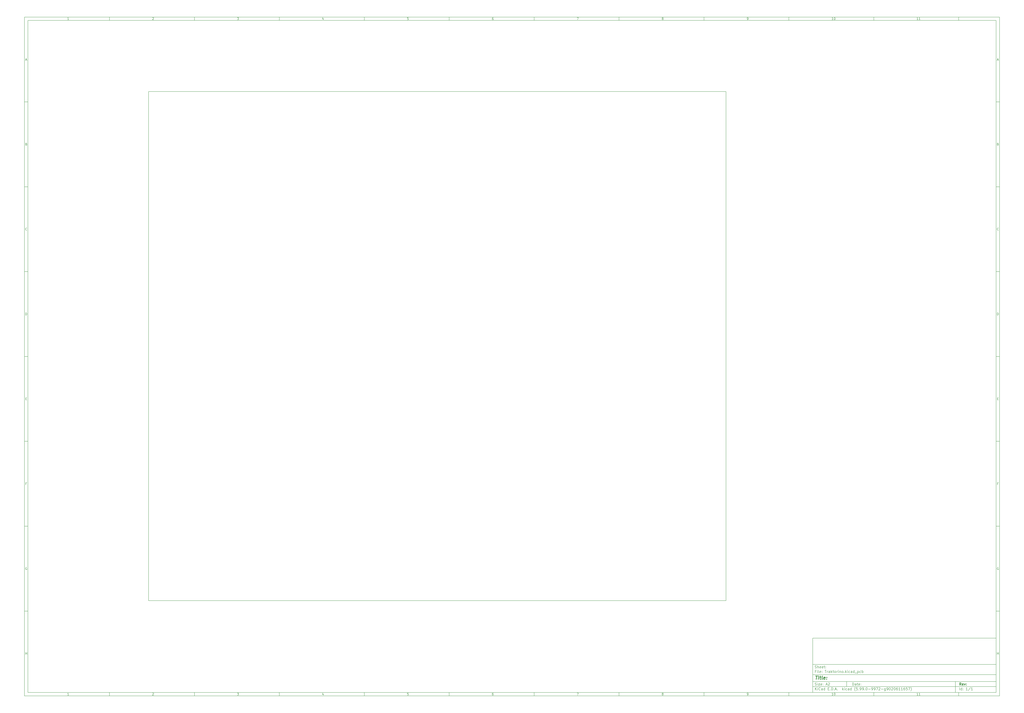
<source format=gbr>
%TF.GenerationSoftware,KiCad,Pcbnew,(5.99.0-9972-g9020611657)*%
%TF.CreationDate,2021-04-03T00:56:29+02:00*%
%TF.ProjectId,Traktorino,5472616b-746f-4726-996e-6f2e6b696361,rev?*%
%TF.SameCoordinates,Original*%
%TF.FileFunction,Profile,NP*%
%FSLAX46Y46*%
G04 Gerber Fmt 4.6, Leading zero omitted, Abs format (unit mm)*
G04 Created by KiCad (PCBNEW (5.99.0-9972-g9020611657)) date 2021-04-03 00:56:29*
%MOMM*%
%LPD*%
G01*
G04 APERTURE LIST*
%ADD10C,0.100000*%
%ADD11C,0.150000*%
%ADD12C,0.300000*%
%ADD13C,0.400000*%
%TA.AperFunction,Profile*%
%ADD14C,0.150000*%
%TD*%
G04 APERTURE END LIST*
D10*
D11*
X474004400Y-375989000D02*
X474004400Y-407989000D01*
X582004400Y-407989000D01*
X582004400Y-375989000D01*
X474004400Y-375989000D01*
D10*
D11*
X10000000Y-10000000D02*
X10000000Y-409989000D01*
X584004400Y-409989000D01*
X584004400Y-10000000D01*
X10000000Y-10000000D01*
D10*
D11*
X12000000Y-12000000D02*
X12000000Y-407989000D01*
X582004400Y-407989000D01*
X582004400Y-12000000D01*
X12000000Y-12000000D01*
D10*
D11*
X60000000Y-12000000D02*
X60000000Y-10000000D01*
D10*
D11*
X110000000Y-12000000D02*
X110000000Y-10000000D01*
D10*
D11*
X160000000Y-12000000D02*
X160000000Y-10000000D01*
D10*
D11*
X210000000Y-12000000D02*
X210000000Y-10000000D01*
D10*
D11*
X260000000Y-12000000D02*
X260000000Y-10000000D01*
D10*
D11*
X310000000Y-12000000D02*
X310000000Y-10000000D01*
D10*
D11*
X360000000Y-12000000D02*
X360000000Y-10000000D01*
D10*
D11*
X410000000Y-12000000D02*
X410000000Y-10000000D01*
D10*
D11*
X460000000Y-12000000D02*
X460000000Y-10000000D01*
D10*
D11*
X510000000Y-12000000D02*
X510000000Y-10000000D01*
D10*
D11*
X560000000Y-12000000D02*
X560000000Y-10000000D01*
D10*
D11*
X36065476Y-11588095D02*
X35322619Y-11588095D01*
X35694047Y-11588095D02*
X35694047Y-10288095D01*
X35570238Y-10473809D01*
X35446428Y-10597619D01*
X35322619Y-10659523D01*
D10*
D11*
X85322619Y-10411904D02*
X85384523Y-10350000D01*
X85508333Y-10288095D01*
X85817857Y-10288095D01*
X85941666Y-10350000D01*
X86003571Y-10411904D01*
X86065476Y-10535714D01*
X86065476Y-10659523D01*
X86003571Y-10845238D01*
X85260714Y-11588095D01*
X86065476Y-11588095D01*
D10*
D11*
X135260714Y-10288095D02*
X136065476Y-10288095D01*
X135632142Y-10783333D01*
X135817857Y-10783333D01*
X135941666Y-10845238D01*
X136003571Y-10907142D01*
X136065476Y-11030952D01*
X136065476Y-11340476D01*
X136003571Y-11464285D01*
X135941666Y-11526190D01*
X135817857Y-11588095D01*
X135446428Y-11588095D01*
X135322619Y-11526190D01*
X135260714Y-11464285D01*
D10*
D11*
X185941666Y-10721428D02*
X185941666Y-11588095D01*
X185632142Y-10226190D02*
X185322619Y-11154761D01*
X186127380Y-11154761D01*
D10*
D11*
X236003571Y-10288095D02*
X235384523Y-10288095D01*
X235322619Y-10907142D01*
X235384523Y-10845238D01*
X235508333Y-10783333D01*
X235817857Y-10783333D01*
X235941666Y-10845238D01*
X236003571Y-10907142D01*
X236065476Y-11030952D01*
X236065476Y-11340476D01*
X236003571Y-11464285D01*
X235941666Y-11526190D01*
X235817857Y-11588095D01*
X235508333Y-11588095D01*
X235384523Y-11526190D01*
X235322619Y-11464285D01*
D10*
D11*
X285941666Y-10288095D02*
X285694047Y-10288095D01*
X285570238Y-10350000D01*
X285508333Y-10411904D01*
X285384523Y-10597619D01*
X285322619Y-10845238D01*
X285322619Y-11340476D01*
X285384523Y-11464285D01*
X285446428Y-11526190D01*
X285570238Y-11588095D01*
X285817857Y-11588095D01*
X285941666Y-11526190D01*
X286003571Y-11464285D01*
X286065476Y-11340476D01*
X286065476Y-11030952D01*
X286003571Y-10907142D01*
X285941666Y-10845238D01*
X285817857Y-10783333D01*
X285570238Y-10783333D01*
X285446428Y-10845238D01*
X285384523Y-10907142D01*
X285322619Y-11030952D01*
D10*
D11*
X335260714Y-10288095D02*
X336127380Y-10288095D01*
X335570238Y-11588095D01*
D10*
D11*
X385570238Y-10845238D02*
X385446428Y-10783333D01*
X385384523Y-10721428D01*
X385322619Y-10597619D01*
X385322619Y-10535714D01*
X385384523Y-10411904D01*
X385446428Y-10350000D01*
X385570238Y-10288095D01*
X385817857Y-10288095D01*
X385941666Y-10350000D01*
X386003571Y-10411904D01*
X386065476Y-10535714D01*
X386065476Y-10597619D01*
X386003571Y-10721428D01*
X385941666Y-10783333D01*
X385817857Y-10845238D01*
X385570238Y-10845238D01*
X385446428Y-10907142D01*
X385384523Y-10969047D01*
X385322619Y-11092857D01*
X385322619Y-11340476D01*
X385384523Y-11464285D01*
X385446428Y-11526190D01*
X385570238Y-11588095D01*
X385817857Y-11588095D01*
X385941666Y-11526190D01*
X386003571Y-11464285D01*
X386065476Y-11340476D01*
X386065476Y-11092857D01*
X386003571Y-10969047D01*
X385941666Y-10907142D01*
X385817857Y-10845238D01*
D10*
D11*
X435446428Y-11588095D02*
X435694047Y-11588095D01*
X435817857Y-11526190D01*
X435879761Y-11464285D01*
X436003571Y-11278571D01*
X436065476Y-11030952D01*
X436065476Y-10535714D01*
X436003571Y-10411904D01*
X435941666Y-10350000D01*
X435817857Y-10288095D01*
X435570238Y-10288095D01*
X435446428Y-10350000D01*
X435384523Y-10411904D01*
X435322619Y-10535714D01*
X435322619Y-10845238D01*
X435384523Y-10969047D01*
X435446428Y-11030952D01*
X435570238Y-11092857D01*
X435817857Y-11092857D01*
X435941666Y-11030952D01*
X436003571Y-10969047D01*
X436065476Y-10845238D01*
D10*
D11*
X486065476Y-11588095D02*
X485322619Y-11588095D01*
X485694047Y-11588095D02*
X485694047Y-10288095D01*
X485570238Y-10473809D01*
X485446428Y-10597619D01*
X485322619Y-10659523D01*
X486870238Y-10288095D02*
X486994047Y-10288095D01*
X487117857Y-10350000D01*
X487179761Y-10411904D01*
X487241666Y-10535714D01*
X487303571Y-10783333D01*
X487303571Y-11092857D01*
X487241666Y-11340476D01*
X487179761Y-11464285D01*
X487117857Y-11526190D01*
X486994047Y-11588095D01*
X486870238Y-11588095D01*
X486746428Y-11526190D01*
X486684523Y-11464285D01*
X486622619Y-11340476D01*
X486560714Y-11092857D01*
X486560714Y-10783333D01*
X486622619Y-10535714D01*
X486684523Y-10411904D01*
X486746428Y-10350000D01*
X486870238Y-10288095D01*
D10*
D11*
X536065476Y-11588095D02*
X535322619Y-11588095D01*
X535694047Y-11588095D02*
X535694047Y-10288095D01*
X535570238Y-10473809D01*
X535446428Y-10597619D01*
X535322619Y-10659523D01*
X537303571Y-11588095D02*
X536560714Y-11588095D01*
X536932142Y-11588095D02*
X536932142Y-10288095D01*
X536808333Y-10473809D01*
X536684523Y-10597619D01*
X536560714Y-10659523D01*
D10*
D11*
X60000000Y-407989000D02*
X60000000Y-409989000D01*
D10*
D11*
X110000000Y-407989000D02*
X110000000Y-409989000D01*
D10*
D11*
X160000000Y-407989000D02*
X160000000Y-409989000D01*
D10*
D11*
X210000000Y-407989000D02*
X210000000Y-409989000D01*
D10*
D11*
X260000000Y-407989000D02*
X260000000Y-409989000D01*
D10*
D11*
X310000000Y-407989000D02*
X310000000Y-409989000D01*
D10*
D11*
X360000000Y-407989000D02*
X360000000Y-409989000D01*
D10*
D11*
X410000000Y-407989000D02*
X410000000Y-409989000D01*
D10*
D11*
X460000000Y-407989000D02*
X460000000Y-409989000D01*
D10*
D11*
X510000000Y-407989000D02*
X510000000Y-409989000D01*
D10*
D11*
X560000000Y-407989000D02*
X560000000Y-409989000D01*
D10*
D11*
X36065476Y-409577095D02*
X35322619Y-409577095D01*
X35694047Y-409577095D02*
X35694047Y-408277095D01*
X35570238Y-408462809D01*
X35446428Y-408586619D01*
X35322619Y-408648523D01*
D10*
D11*
X85322619Y-408400904D02*
X85384523Y-408339000D01*
X85508333Y-408277095D01*
X85817857Y-408277095D01*
X85941666Y-408339000D01*
X86003571Y-408400904D01*
X86065476Y-408524714D01*
X86065476Y-408648523D01*
X86003571Y-408834238D01*
X85260714Y-409577095D01*
X86065476Y-409577095D01*
D10*
D11*
X135260714Y-408277095D02*
X136065476Y-408277095D01*
X135632142Y-408772333D01*
X135817857Y-408772333D01*
X135941666Y-408834238D01*
X136003571Y-408896142D01*
X136065476Y-409019952D01*
X136065476Y-409329476D01*
X136003571Y-409453285D01*
X135941666Y-409515190D01*
X135817857Y-409577095D01*
X135446428Y-409577095D01*
X135322619Y-409515190D01*
X135260714Y-409453285D01*
D10*
D11*
X185941666Y-408710428D02*
X185941666Y-409577095D01*
X185632142Y-408215190D02*
X185322619Y-409143761D01*
X186127380Y-409143761D01*
D10*
D11*
X236003571Y-408277095D02*
X235384523Y-408277095D01*
X235322619Y-408896142D01*
X235384523Y-408834238D01*
X235508333Y-408772333D01*
X235817857Y-408772333D01*
X235941666Y-408834238D01*
X236003571Y-408896142D01*
X236065476Y-409019952D01*
X236065476Y-409329476D01*
X236003571Y-409453285D01*
X235941666Y-409515190D01*
X235817857Y-409577095D01*
X235508333Y-409577095D01*
X235384523Y-409515190D01*
X235322619Y-409453285D01*
D10*
D11*
X285941666Y-408277095D02*
X285694047Y-408277095D01*
X285570238Y-408339000D01*
X285508333Y-408400904D01*
X285384523Y-408586619D01*
X285322619Y-408834238D01*
X285322619Y-409329476D01*
X285384523Y-409453285D01*
X285446428Y-409515190D01*
X285570238Y-409577095D01*
X285817857Y-409577095D01*
X285941666Y-409515190D01*
X286003571Y-409453285D01*
X286065476Y-409329476D01*
X286065476Y-409019952D01*
X286003571Y-408896142D01*
X285941666Y-408834238D01*
X285817857Y-408772333D01*
X285570238Y-408772333D01*
X285446428Y-408834238D01*
X285384523Y-408896142D01*
X285322619Y-409019952D01*
D10*
D11*
X335260714Y-408277095D02*
X336127380Y-408277095D01*
X335570238Y-409577095D01*
D10*
D11*
X385570238Y-408834238D02*
X385446428Y-408772333D01*
X385384523Y-408710428D01*
X385322619Y-408586619D01*
X385322619Y-408524714D01*
X385384523Y-408400904D01*
X385446428Y-408339000D01*
X385570238Y-408277095D01*
X385817857Y-408277095D01*
X385941666Y-408339000D01*
X386003571Y-408400904D01*
X386065476Y-408524714D01*
X386065476Y-408586619D01*
X386003571Y-408710428D01*
X385941666Y-408772333D01*
X385817857Y-408834238D01*
X385570238Y-408834238D01*
X385446428Y-408896142D01*
X385384523Y-408958047D01*
X385322619Y-409081857D01*
X385322619Y-409329476D01*
X385384523Y-409453285D01*
X385446428Y-409515190D01*
X385570238Y-409577095D01*
X385817857Y-409577095D01*
X385941666Y-409515190D01*
X386003571Y-409453285D01*
X386065476Y-409329476D01*
X386065476Y-409081857D01*
X386003571Y-408958047D01*
X385941666Y-408896142D01*
X385817857Y-408834238D01*
D10*
D11*
X435446428Y-409577095D02*
X435694047Y-409577095D01*
X435817857Y-409515190D01*
X435879761Y-409453285D01*
X436003571Y-409267571D01*
X436065476Y-409019952D01*
X436065476Y-408524714D01*
X436003571Y-408400904D01*
X435941666Y-408339000D01*
X435817857Y-408277095D01*
X435570238Y-408277095D01*
X435446428Y-408339000D01*
X435384523Y-408400904D01*
X435322619Y-408524714D01*
X435322619Y-408834238D01*
X435384523Y-408958047D01*
X435446428Y-409019952D01*
X435570238Y-409081857D01*
X435817857Y-409081857D01*
X435941666Y-409019952D01*
X436003571Y-408958047D01*
X436065476Y-408834238D01*
D10*
D11*
X486065476Y-409577095D02*
X485322619Y-409577095D01*
X485694047Y-409577095D02*
X485694047Y-408277095D01*
X485570238Y-408462809D01*
X485446428Y-408586619D01*
X485322619Y-408648523D01*
X486870238Y-408277095D02*
X486994047Y-408277095D01*
X487117857Y-408339000D01*
X487179761Y-408400904D01*
X487241666Y-408524714D01*
X487303571Y-408772333D01*
X487303571Y-409081857D01*
X487241666Y-409329476D01*
X487179761Y-409453285D01*
X487117857Y-409515190D01*
X486994047Y-409577095D01*
X486870238Y-409577095D01*
X486746428Y-409515190D01*
X486684523Y-409453285D01*
X486622619Y-409329476D01*
X486560714Y-409081857D01*
X486560714Y-408772333D01*
X486622619Y-408524714D01*
X486684523Y-408400904D01*
X486746428Y-408339000D01*
X486870238Y-408277095D01*
D10*
D11*
X536065476Y-409577095D02*
X535322619Y-409577095D01*
X535694047Y-409577095D02*
X535694047Y-408277095D01*
X535570238Y-408462809D01*
X535446428Y-408586619D01*
X535322619Y-408648523D01*
X537303571Y-409577095D02*
X536560714Y-409577095D01*
X536932142Y-409577095D02*
X536932142Y-408277095D01*
X536808333Y-408462809D01*
X536684523Y-408586619D01*
X536560714Y-408648523D01*
D10*
D11*
X10000000Y-60000000D02*
X12000000Y-60000000D01*
D10*
D11*
X10000000Y-110000000D02*
X12000000Y-110000000D01*
D10*
D11*
X10000000Y-160000000D02*
X12000000Y-160000000D01*
D10*
D11*
X10000000Y-210000000D02*
X12000000Y-210000000D01*
D10*
D11*
X10000000Y-260000000D02*
X12000000Y-260000000D01*
D10*
D11*
X10000000Y-310000000D02*
X12000000Y-310000000D01*
D10*
D11*
X10000000Y-360000000D02*
X12000000Y-360000000D01*
D10*
D11*
X10690476Y-35216666D02*
X11309523Y-35216666D01*
X10566666Y-35588095D02*
X11000000Y-34288095D01*
X11433333Y-35588095D01*
D10*
D11*
X11092857Y-84907142D02*
X11278571Y-84969047D01*
X11340476Y-85030952D01*
X11402380Y-85154761D01*
X11402380Y-85340476D01*
X11340476Y-85464285D01*
X11278571Y-85526190D01*
X11154761Y-85588095D01*
X10659523Y-85588095D01*
X10659523Y-84288095D01*
X11092857Y-84288095D01*
X11216666Y-84350000D01*
X11278571Y-84411904D01*
X11340476Y-84535714D01*
X11340476Y-84659523D01*
X11278571Y-84783333D01*
X11216666Y-84845238D01*
X11092857Y-84907142D01*
X10659523Y-84907142D01*
D10*
D11*
X11402380Y-135464285D02*
X11340476Y-135526190D01*
X11154761Y-135588095D01*
X11030952Y-135588095D01*
X10845238Y-135526190D01*
X10721428Y-135402380D01*
X10659523Y-135278571D01*
X10597619Y-135030952D01*
X10597619Y-134845238D01*
X10659523Y-134597619D01*
X10721428Y-134473809D01*
X10845238Y-134350000D01*
X11030952Y-134288095D01*
X11154761Y-134288095D01*
X11340476Y-134350000D01*
X11402380Y-134411904D01*
D10*
D11*
X10659523Y-185588095D02*
X10659523Y-184288095D01*
X10969047Y-184288095D01*
X11154761Y-184350000D01*
X11278571Y-184473809D01*
X11340476Y-184597619D01*
X11402380Y-184845238D01*
X11402380Y-185030952D01*
X11340476Y-185278571D01*
X11278571Y-185402380D01*
X11154761Y-185526190D01*
X10969047Y-185588095D01*
X10659523Y-185588095D01*
D10*
D11*
X10721428Y-234907142D02*
X11154761Y-234907142D01*
X11340476Y-235588095D02*
X10721428Y-235588095D01*
X10721428Y-234288095D01*
X11340476Y-234288095D01*
D10*
D11*
X11185714Y-284907142D02*
X10752380Y-284907142D01*
X10752380Y-285588095D02*
X10752380Y-284288095D01*
X11371428Y-284288095D01*
D10*
D11*
X11340476Y-334350000D02*
X11216666Y-334288095D01*
X11030952Y-334288095D01*
X10845238Y-334350000D01*
X10721428Y-334473809D01*
X10659523Y-334597619D01*
X10597619Y-334845238D01*
X10597619Y-335030952D01*
X10659523Y-335278571D01*
X10721428Y-335402380D01*
X10845238Y-335526190D01*
X11030952Y-335588095D01*
X11154761Y-335588095D01*
X11340476Y-335526190D01*
X11402380Y-335464285D01*
X11402380Y-335030952D01*
X11154761Y-335030952D01*
D10*
D11*
X10628571Y-385588095D02*
X10628571Y-384288095D01*
X10628571Y-384907142D02*
X11371428Y-384907142D01*
X11371428Y-385588095D02*
X11371428Y-384288095D01*
D10*
D11*
X584004400Y-60000000D02*
X582004400Y-60000000D01*
D10*
D11*
X584004400Y-110000000D02*
X582004400Y-110000000D01*
D10*
D11*
X584004400Y-160000000D02*
X582004400Y-160000000D01*
D10*
D11*
X584004400Y-210000000D02*
X582004400Y-210000000D01*
D10*
D11*
X584004400Y-260000000D02*
X582004400Y-260000000D01*
D10*
D11*
X584004400Y-310000000D02*
X582004400Y-310000000D01*
D10*
D11*
X584004400Y-360000000D02*
X582004400Y-360000000D01*
D10*
D11*
X582694876Y-35216666D02*
X583313923Y-35216666D01*
X582571066Y-35588095D02*
X583004400Y-34288095D01*
X583437733Y-35588095D01*
D10*
D11*
X583097257Y-84907142D02*
X583282971Y-84969047D01*
X583344876Y-85030952D01*
X583406780Y-85154761D01*
X583406780Y-85340476D01*
X583344876Y-85464285D01*
X583282971Y-85526190D01*
X583159161Y-85588095D01*
X582663923Y-85588095D01*
X582663923Y-84288095D01*
X583097257Y-84288095D01*
X583221066Y-84350000D01*
X583282971Y-84411904D01*
X583344876Y-84535714D01*
X583344876Y-84659523D01*
X583282971Y-84783333D01*
X583221066Y-84845238D01*
X583097257Y-84907142D01*
X582663923Y-84907142D01*
D10*
D11*
X583406780Y-135464285D02*
X583344876Y-135526190D01*
X583159161Y-135588095D01*
X583035352Y-135588095D01*
X582849638Y-135526190D01*
X582725828Y-135402380D01*
X582663923Y-135278571D01*
X582602019Y-135030952D01*
X582602019Y-134845238D01*
X582663923Y-134597619D01*
X582725828Y-134473809D01*
X582849638Y-134350000D01*
X583035352Y-134288095D01*
X583159161Y-134288095D01*
X583344876Y-134350000D01*
X583406780Y-134411904D01*
D10*
D11*
X582663923Y-185588095D02*
X582663923Y-184288095D01*
X582973447Y-184288095D01*
X583159161Y-184350000D01*
X583282971Y-184473809D01*
X583344876Y-184597619D01*
X583406780Y-184845238D01*
X583406780Y-185030952D01*
X583344876Y-185278571D01*
X583282971Y-185402380D01*
X583159161Y-185526190D01*
X582973447Y-185588095D01*
X582663923Y-185588095D01*
D10*
D11*
X582725828Y-234907142D02*
X583159161Y-234907142D01*
X583344876Y-235588095D02*
X582725828Y-235588095D01*
X582725828Y-234288095D01*
X583344876Y-234288095D01*
D10*
D11*
X583190114Y-284907142D02*
X582756780Y-284907142D01*
X582756780Y-285588095D02*
X582756780Y-284288095D01*
X583375828Y-284288095D01*
D10*
D11*
X583344876Y-334350000D02*
X583221066Y-334288095D01*
X583035352Y-334288095D01*
X582849638Y-334350000D01*
X582725828Y-334473809D01*
X582663923Y-334597619D01*
X582602019Y-334845238D01*
X582602019Y-335030952D01*
X582663923Y-335278571D01*
X582725828Y-335402380D01*
X582849638Y-335526190D01*
X583035352Y-335588095D01*
X583159161Y-335588095D01*
X583344876Y-335526190D01*
X583406780Y-335464285D01*
X583406780Y-335030952D01*
X583159161Y-335030952D01*
D10*
D11*
X582632971Y-385588095D02*
X582632971Y-384288095D01*
X582632971Y-384907142D02*
X583375828Y-384907142D01*
X583375828Y-385588095D02*
X583375828Y-384288095D01*
D10*
D11*
X497436542Y-403767571D02*
X497436542Y-402267571D01*
X497793685Y-402267571D01*
X498007971Y-402339000D01*
X498150828Y-402481857D01*
X498222257Y-402624714D01*
X498293685Y-402910428D01*
X498293685Y-403124714D01*
X498222257Y-403410428D01*
X498150828Y-403553285D01*
X498007971Y-403696142D01*
X497793685Y-403767571D01*
X497436542Y-403767571D01*
X499579400Y-403767571D02*
X499579400Y-402981857D01*
X499507971Y-402839000D01*
X499365114Y-402767571D01*
X499079400Y-402767571D01*
X498936542Y-402839000D01*
X499579400Y-403696142D02*
X499436542Y-403767571D01*
X499079400Y-403767571D01*
X498936542Y-403696142D01*
X498865114Y-403553285D01*
X498865114Y-403410428D01*
X498936542Y-403267571D01*
X499079400Y-403196142D01*
X499436542Y-403196142D01*
X499579400Y-403124714D01*
X500079400Y-402767571D02*
X500650828Y-402767571D01*
X500293685Y-402267571D02*
X500293685Y-403553285D01*
X500365114Y-403696142D01*
X500507971Y-403767571D01*
X500650828Y-403767571D01*
X501722257Y-403696142D02*
X501579400Y-403767571D01*
X501293685Y-403767571D01*
X501150828Y-403696142D01*
X501079400Y-403553285D01*
X501079400Y-402981857D01*
X501150828Y-402839000D01*
X501293685Y-402767571D01*
X501579400Y-402767571D01*
X501722257Y-402839000D01*
X501793685Y-402981857D01*
X501793685Y-403124714D01*
X501079400Y-403267571D01*
X502436542Y-403624714D02*
X502507971Y-403696142D01*
X502436542Y-403767571D01*
X502365114Y-403696142D01*
X502436542Y-403624714D01*
X502436542Y-403767571D01*
X502436542Y-402839000D02*
X502507971Y-402910428D01*
X502436542Y-402981857D01*
X502365114Y-402910428D01*
X502436542Y-402839000D01*
X502436542Y-402981857D01*
D10*
D11*
X474004400Y-404489000D02*
X582004400Y-404489000D01*
D10*
D11*
X475436542Y-406567571D02*
X475436542Y-405067571D01*
X476293685Y-406567571D02*
X475650828Y-405710428D01*
X476293685Y-405067571D02*
X475436542Y-405924714D01*
X476936542Y-406567571D02*
X476936542Y-405567571D01*
X476936542Y-405067571D02*
X476865114Y-405139000D01*
X476936542Y-405210428D01*
X477007971Y-405139000D01*
X476936542Y-405067571D01*
X476936542Y-405210428D01*
X478507971Y-406424714D02*
X478436542Y-406496142D01*
X478222257Y-406567571D01*
X478079400Y-406567571D01*
X477865114Y-406496142D01*
X477722257Y-406353285D01*
X477650828Y-406210428D01*
X477579400Y-405924714D01*
X477579400Y-405710428D01*
X477650828Y-405424714D01*
X477722257Y-405281857D01*
X477865114Y-405139000D01*
X478079400Y-405067571D01*
X478222257Y-405067571D01*
X478436542Y-405139000D01*
X478507971Y-405210428D01*
X479793685Y-406567571D02*
X479793685Y-405781857D01*
X479722257Y-405639000D01*
X479579400Y-405567571D01*
X479293685Y-405567571D01*
X479150828Y-405639000D01*
X479793685Y-406496142D02*
X479650828Y-406567571D01*
X479293685Y-406567571D01*
X479150828Y-406496142D01*
X479079400Y-406353285D01*
X479079400Y-406210428D01*
X479150828Y-406067571D01*
X479293685Y-405996142D01*
X479650828Y-405996142D01*
X479793685Y-405924714D01*
X481150828Y-406567571D02*
X481150828Y-405067571D01*
X481150828Y-406496142D02*
X481007971Y-406567571D01*
X480722257Y-406567571D01*
X480579400Y-406496142D01*
X480507971Y-406424714D01*
X480436542Y-406281857D01*
X480436542Y-405853285D01*
X480507971Y-405710428D01*
X480579400Y-405639000D01*
X480722257Y-405567571D01*
X481007971Y-405567571D01*
X481150828Y-405639000D01*
X483007971Y-405781857D02*
X483507971Y-405781857D01*
X483722257Y-406567571D02*
X483007971Y-406567571D01*
X483007971Y-405067571D01*
X483722257Y-405067571D01*
X484365114Y-406424714D02*
X484436542Y-406496142D01*
X484365114Y-406567571D01*
X484293685Y-406496142D01*
X484365114Y-406424714D01*
X484365114Y-406567571D01*
X485079400Y-406567571D02*
X485079400Y-405067571D01*
X485436542Y-405067571D01*
X485650828Y-405139000D01*
X485793685Y-405281857D01*
X485865114Y-405424714D01*
X485936542Y-405710428D01*
X485936542Y-405924714D01*
X485865114Y-406210428D01*
X485793685Y-406353285D01*
X485650828Y-406496142D01*
X485436542Y-406567571D01*
X485079400Y-406567571D01*
X486579400Y-406424714D02*
X486650828Y-406496142D01*
X486579400Y-406567571D01*
X486507971Y-406496142D01*
X486579400Y-406424714D01*
X486579400Y-406567571D01*
X487222257Y-406139000D02*
X487936542Y-406139000D01*
X487079400Y-406567571D02*
X487579400Y-405067571D01*
X488079400Y-406567571D01*
X488579400Y-406424714D02*
X488650828Y-406496142D01*
X488579400Y-406567571D01*
X488507971Y-406496142D01*
X488579400Y-406424714D01*
X488579400Y-406567571D01*
X491579400Y-406567571D02*
X491579400Y-405067571D01*
X491722257Y-405996142D02*
X492150828Y-406567571D01*
X492150828Y-405567571D02*
X491579400Y-406139000D01*
X492793685Y-406567571D02*
X492793685Y-405567571D01*
X492793685Y-405067571D02*
X492722257Y-405139000D01*
X492793685Y-405210428D01*
X492865114Y-405139000D01*
X492793685Y-405067571D01*
X492793685Y-405210428D01*
X494150828Y-406496142D02*
X494007971Y-406567571D01*
X493722257Y-406567571D01*
X493579400Y-406496142D01*
X493507971Y-406424714D01*
X493436542Y-406281857D01*
X493436542Y-405853285D01*
X493507971Y-405710428D01*
X493579400Y-405639000D01*
X493722257Y-405567571D01*
X494007971Y-405567571D01*
X494150828Y-405639000D01*
X495436542Y-406567571D02*
X495436542Y-405781857D01*
X495365114Y-405639000D01*
X495222257Y-405567571D01*
X494936542Y-405567571D01*
X494793685Y-405639000D01*
X495436542Y-406496142D02*
X495293685Y-406567571D01*
X494936542Y-406567571D01*
X494793685Y-406496142D01*
X494722257Y-406353285D01*
X494722257Y-406210428D01*
X494793685Y-406067571D01*
X494936542Y-405996142D01*
X495293685Y-405996142D01*
X495436542Y-405924714D01*
X496793685Y-406567571D02*
X496793685Y-405067571D01*
X496793685Y-406496142D02*
X496650828Y-406567571D01*
X496365114Y-406567571D01*
X496222257Y-406496142D01*
X496150828Y-406424714D01*
X496079400Y-406281857D01*
X496079400Y-405853285D01*
X496150828Y-405710428D01*
X496222257Y-405639000D01*
X496365114Y-405567571D01*
X496650828Y-405567571D01*
X496793685Y-405639000D01*
X499079400Y-407139000D02*
X499007971Y-407067571D01*
X498865114Y-406853285D01*
X498793685Y-406710428D01*
X498722257Y-406496142D01*
X498650828Y-406139000D01*
X498650828Y-405853285D01*
X498722257Y-405496142D01*
X498793685Y-405281857D01*
X498865114Y-405139000D01*
X499007971Y-404924714D01*
X499079400Y-404853285D01*
X500365114Y-405067571D02*
X499650828Y-405067571D01*
X499579400Y-405781857D01*
X499650828Y-405710428D01*
X499793685Y-405639000D01*
X500150828Y-405639000D01*
X500293685Y-405710428D01*
X500365114Y-405781857D01*
X500436542Y-405924714D01*
X500436542Y-406281857D01*
X500365114Y-406424714D01*
X500293685Y-406496142D01*
X500150828Y-406567571D01*
X499793685Y-406567571D01*
X499650828Y-406496142D01*
X499579400Y-406424714D01*
X501079400Y-406424714D02*
X501150828Y-406496142D01*
X501079400Y-406567571D01*
X501007971Y-406496142D01*
X501079400Y-406424714D01*
X501079400Y-406567571D01*
X501865114Y-406567571D02*
X502150828Y-406567571D01*
X502293685Y-406496142D01*
X502365114Y-406424714D01*
X502507971Y-406210428D01*
X502579400Y-405924714D01*
X502579400Y-405353285D01*
X502507971Y-405210428D01*
X502436542Y-405139000D01*
X502293685Y-405067571D01*
X502007971Y-405067571D01*
X501865114Y-405139000D01*
X501793685Y-405210428D01*
X501722257Y-405353285D01*
X501722257Y-405710428D01*
X501793685Y-405853285D01*
X501865114Y-405924714D01*
X502007971Y-405996142D01*
X502293685Y-405996142D01*
X502436542Y-405924714D01*
X502507971Y-405853285D01*
X502579400Y-405710428D01*
X503293685Y-406567571D02*
X503579400Y-406567571D01*
X503722257Y-406496142D01*
X503793685Y-406424714D01*
X503936542Y-406210428D01*
X504007971Y-405924714D01*
X504007971Y-405353285D01*
X503936542Y-405210428D01*
X503865114Y-405139000D01*
X503722257Y-405067571D01*
X503436542Y-405067571D01*
X503293685Y-405139000D01*
X503222257Y-405210428D01*
X503150828Y-405353285D01*
X503150828Y-405710428D01*
X503222257Y-405853285D01*
X503293685Y-405924714D01*
X503436542Y-405996142D01*
X503722257Y-405996142D01*
X503865114Y-405924714D01*
X503936542Y-405853285D01*
X504007971Y-405710428D01*
X504650828Y-406424714D02*
X504722257Y-406496142D01*
X504650828Y-406567571D01*
X504579400Y-406496142D01*
X504650828Y-406424714D01*
X504650828Y-406567571D01*
X505650828Y-405067571D02*
X505793685Y-405067571D01*
X505936542Y-405139000D01*
X506007971Y-405210428D01*
X506079400Y-405353285D01*
X506150828Y-405639000D01*
X506150828Y-405996142D01*
X506079400Y-406281857D01*
X506007971Y-406424714D01*
X505936542Y-406496142D01*
X505793685Y-406567571D01*
X505650828Y-406567571D01*
X505507971Y-406496142D01*
X505436542Y-406424714D01*
X505365114Y-406281857D01*
X505293685Y-405996142D01*
X505293685Y-405639000D01*
X505365114Y-405353285D01*
X505436542Y-405210428D01*
X505507971Y-405139000D01*
X505650828Y-405067571D01*
X506793685Y-405996142D02*
X507936542Y-405996142D01*
X508722257Y-406567571D02*
X509007971Y-406567571D01*
X509150828Y-406496142D01*
X509222257Y-406424714D01*
X509365114Y-406210428D01*
X509436542Y-405924714D01*
X509436542Y-405353285D01*
X509365114Y-405210428D01*
X509293685Y-405139000D01*
X509150828Y-405067571D01*
X508865114Y-405067571D01*
X508722257Y-405139000D01*
X508650828Y-405210428D01*
X508579400Y-405353285D01*
X508579400Y-405710428D01*
X508650828Y-405853285D01*
X508722257Y-405924714D01*
X508865114Y-405996142D01*
X509150828Y-405996142D01*
X509293685Y-405924714D01*
X509365114Y-405853285D01*
X509436542Y-405710428D01*
X510150828Y-406567571D02*
X510436542Y-406567571D01*
X510579400Y-406496142D01*
X510650828Y-406424714D01*
X510793685Y-406210428D01*
X510865114Y-405924714D01*
X510865114Y-405353285D01*
X510793685Y-405210428D01*
X510722257Y-405139000D01*
X510579400Y-405067571D01*
X510293685Y-405067571D01*
X510150828Y-405139000D01*
X510079400Y-405210428D01*
X510007971Y-405353285D01*
X510007971Y-405710428D01*
X510079400Y-405853285D01*
X510150828Y-405924714D01*
X510293685Y-405996142D01*
X510579400Y-405996142D01*
X510722257Y-405924714D01*
X510793685Y-405853285D01*
X510865114Y-405710428D01*
X511365114Y-405067571D02*
X512365114Y-405067571D01*
X511722257Y-406567571D01*
X512865114Y-405210428D02*
X512936542Y-405139000D01*
X513079400Y-405067571D01*
X513436542Y-405067571D01*
X513579400Y-405139000D01*
X513650828Y-405210428D01*
X513722257Y-405353285D01*
X513722257Y-405496142D01*
X513650828Y-405710428D01*
X512793685Y-406567571D01*
X513722257Y-406567571D01*
X514365114Y-405996142D02*
X515507971Y-405996142D01*
X516865114Y-405567571D02*
X516865114Y-406781857D01*
X516793685Y-406924714D01*
X516722257Y-406996142D01*
X516579400Y-407067571D01*
X516365114Y-407067571D01*
X516222257Y-406996142D01*
X516865114Y-406496142D02*
X516722257Y-406567571D01*
X516436542Y-406567571D01*
X516293685Y-406496142D01*
X516222257Y-406424714D01*
X516150828Y-406281857D01*
X516150828Y-405853285D01*
X516222257Y-405710428D01*
X516293685Y-405639000D01*
X516436542Y-405567571D01*
X516722257Y-405567571D01*
X516865114Y-405639000D01*
X517650828Y-406567571D02*
X517936542Y-406567571D01*
X518079400Y-406496142D01*
X518150828Y-406424714D01*
X518293685Y-406210428D01*
X518365114Y-405924714D01*
X518365114Y-405353285D01*
X518293685Y-405210428D01*
X518222257Y-405139000D01*
X518079400Y-405067571D01*
X517793685Y-405067571D01*
X517650828Y-405139000D01*
X517579400Y-405210428D01*
X517507971Y-405353285D01*
X517507971Y-405710428D01*
X517579400Y-405853285D01*
X517650828Y-405924714D01*
X517793685Y-405996142D01*
X518079400Y-405996142D01*
X518222257Y-405924714D01*
X518293685Y-405853285D01*
X518365114Y-405710428D01*
X519293685Y-405067571D02*
X519436542Y-405067571D01*
X519579400Y-405139000D01*
X519650828Y-405210428D01*
X519722257Y-405353285D01*
X519793685Y-405639000D01*
X519793685Y-405996142D01*
X519722257Y-406281857D01*
X519650828Y-406424714D01*
X519579400Y-406496142D01*
X519436542Y-406567571D01*
X519293685Y-406567571D01*
X519150828Y-406496142D01*
X519079400Y-406424714D01*
X519007971Y-406281857D01*
X518936542Y-405996142D01*
X518936542Y-405639000D01*
X519007971Y-405353285D01*
X519079400Y-405210428D01*
X519150828Y-405139000D01*
X519293685Y-405067571D01*
X520365114Y-405210428D02*
X520436542Y-405139000D01*
X520579400Y-405067571D01*
X520936542Y-405067571D01*
X521079400Y-405139000D01*
X521150828Y-405210428D01*
X521222257Y-405353285D01*
X521222257Y-405496142D01*
X521150828Y-405710428D01*
X520293685Y-406567571D01*
X521222257Y-406567571D01*
X522150828Y-405067571D02*
X522293685Y-405067571D01*
X522436542Y-405139000D01*
X522507971Y-405210428D01*
X522579400Y-405353285D01*
X522650828Y-405639000D01*
X522650828Y-405996142D01*
X522579400Y-406281857D01*
X522507971Y-406424714D01*
X522436542Y-406496142D01*
X522293685Y-406567571D01*
X522150828Y-406567571D01*
X522007971Y-406496142D01*
X521936542Y-406424714D01*
X521865114Y-406281857D01*
X521793685Y-405996142D01*
X521793685Y-405639000D01*
X521865114Y-405353285D01*
X521936542Y-405210428D01*
X522007971Y-405139000D01*
X522150828Y-405067571D01*
X523936542Y-405067571D02*
X523650828Y-405067571D01*
X523507971Y-405139000D01*
X523436542Y-405210428D01*
X523293685Y-405424714D01*
X523222257Y-405710428D01*
X523222257Y-406281857D01*
X523293685Y-406424714D01*
X523365114Y-406496142D01*
X523507971Y-406567571D01*
X523793685Y-406567571D01*
X523936542Y-406496142D01*
X524007971Y-406424714D01*
X524079400Y-406281857D01*
X524079400Y-405924714D01*
X524007971Y-405781857D01*
X523936542Y-405710428D01*
X523793685Y-405639000D01*
X523507971Y-405639000D01*
X523365114Y-405710428D01*
X523293685Y-405781857D01*
X523222257Y-405924714D01*
X525507971Y-406567571D02*
X524650828Y-406567571D01*
X525079400Y-406567571D02*
X525079400Y-405067571D01*
X524936542Y-405281857D01*
X524793685Y-405424714D01*
X524650828Y-405496142D01*
X526936542Y-406567571D02*
X526079400Y-406567571D01*
X526507971Y-406567571D02*
X526507971Y-405067571D01*
X526365114Y-405281857D01*
X526222257Y-405424714D01*
X526079400Y-405496142D01*
X528222257Y-405067571D02*
X527936542Y-405067571D01*
X527793685Y-405139000D01*
X527722257Y-405210428D01*
X527579400Y-405424714D01*
X527507971Y-405710428D01*
X527507971Y-406281857D01*
X527579400Y-406424714D01*
X527650828Y-406496142D01*
X527793685Y-406567571D01*
X528079400Y-406567571D01*
X528222257Y-406496142D01*
X528293685Y-406424714D01*
X528365114Y-406281857D01*
X528365114Y-405924714D01*
X528293685Y-405781857D01*
X528222257Y-405710428D01*
X528079400Y-405639000D01*
X527793685Y-405639000D01*
X527650828Y-405710428D01*
X527579400Y-405781857D01*
X527507971Y-405924714D01*
X529722257Y-405067571D02*
X529007971Y-405067571D01*
X528936542Y-405781857D01*
X529007971Y-405710428D01*
X529150828Y-405639000D01*
X529507971Y-405639000D01*
X529650828Y-405710428D01*
X529722257Y-405781857D01*
X529793685Y-405924714D01*
X529793685Y-406281857D01*
X529722257Y-406424714D01*
X529650828Y-406496142D01*
X529507971Y-406567571D01*
X529150828Y-406567571D01*
X529007971Y-406496142D01*
X528936542Y-406424714D01*
X530293685Y-405067571D02*
X531293685Y-405067571D01*
X530650828Y-406567571D01*
X531722257Y-407139000D02*
X531793685Y-407067571D01*
X531936542Y-406853285D01*
X532007971Y-406710428D01*
X532079399Y-406496142D01*
X532150828Y-406139000D01*
X532150828Y-405853285D01*
X532079399Y-405496142D01*
X532007971Y-405281857D01*
X531936542Y-405139000D01*
X531793685Y-404924714D01*
X531722257Y-404853285D01*
D10*
D11*
X474004400Y-401489000D02*
X582004400Y-401489000D01*
D10*
D12*
X561413685Y-403767571D02*
X560913685Y-403053285D01*
X560556542Y-403767571D02*
X560556542Y-402267571D01*
X561127971Y-402267571D01*
X561270828Y-402339000D01*
X561342257Y-402410428D01*
X561413685Y-402553285D01*
X561413685Y-402767571D01*
X561342257Y-402910428D01*
X561270828Y-402981857D01*
X561127971Y-403053285D01*
X560556542Y-403053285D01*
X562627971Y-403696142D02*
X562485114Y-403767571D01*
X562199400Y-403767571D01*
X562056542Y-403696142D01*
X561985114Y-403553285D01*
X561985114Y-402981857D01*
X562056542Y-402839000D01*
X562199400Y-402767571D01*
X562485114Y-402767571D01*
X562627971Y-402839000D01*
X562699400Y-402981857D01*
X562699400Y-403124714D01*
X561985114Y-403267571D01*
X563199400Y-402767571D02*
X563556542Y-403767571D01*
X563913685Y-402767571D01*
X564485114Y-403624714D02*
X564556542Y-403696142D01*
X564485114Y-403767571D01*
X564413685Y-403696142D01*
X564485114Y-403624714D01*
X564485114Y-403767571D01*
X564485114Y-402839000D02*
X564556542Y-402910428D01*
X564485114Y-402981857D01*
X564413685Y-402910428D01*
X564485114Y-402839000D01*
X564485114Y-402981857D01*
D10*
D11*
X475365114Y-403696142D02*
X475579400Y-403767571D01*
X475936542Y-403767571D01*
X476079400Y-403696142D01*
X476150828Y-403624714D01*
X476222257Y-403481857D01*
X476222257Y-403339000D01*
X476150828Y-403196142D01*
X476079400Y-403124714D01*
X475936542Y-403053285D01*
X475650828Y-402981857D01*
X475507971Y-402910428D01*
X475436542Y-402839000D01*
X475365114Y-402696142D01*
X475365114Y-402553285D01*
X475436542Y-402410428D01*
X475507971Y-402339000D01*
X475650828Y-402267571D01*
X476007971Y-402267571D01*
X476222257Y-402339000D01*
X476865114Y-403767571D02*
X476865114Y-402767571D01*
X476865114Y-402267571D02*
X476793685Y-402339000D01*
X476865114Y-402410428D01*
X476936542Y-402339000D01*
X476865114Y-402267571D01*
X476865114Y-402410428D01*
X477436542Y-402767571D02*
X478222257Y-402767571D01*
X477436542Y-403767571D01*
X478222257Y-403767571D01*
X479365114Y-403696142D02*
X479222257Y-403767571D01*
X478936542Y-403767571D01*
X478793685Y-403696142D01*
X478722257Y-403553285D01*
X478722257Y-402981857D01*
X478793685Y-402839000D01*
X478936542Y-402767571D01*
X479222257Y-402767571D01*
X479365114Y-402839000D01*
X479436542Y-402981857D01*
X479436542Y-403124714D01*
X478722257Y-403267571D01*
X480079400Y-403624714D02*
X480150828Y-403696142D01*
X480079400Y-403767571D01*
X480007971Y-403696142D01*
X480079400Y-403624714D01*
X480079400Y-403767571D01*
X480079400Y-402839000D02*
X480150828Y-402910428D01*
X480079400Y-402981857D01*
X480007971Y-402910428D01*
X480079400Y-402839000D01*
X480079400Y-402981857D01*
X481865114Y-403339000D02*
X482579400Y-403339000D01*
X481722257Y-403767571D02*
X482222257Y-402267571D01*
X482722257Y-403767571D01*
X483150828Y-402410428D02*
X483222257Y-402339000D01*
X483365114Y-402267571D01*
X483722257Y-402267571D01*
X483865114Y-402339000D01*
X483936542Y-402410428D01*
X484007971Y-402553285D01*
X484007971Y-402696142D01*
X483936542Y-402910428D01*
X483079400Y-403767571D01*
X484007971Y-403767571D01*
D10*
D11*
X560436542Y-406567571D02*
X560436542Y-405067571D01*
X561793685Y-406567571D02*
X561793685Y-405067571D01*
X561793685Y-406496142D02*
X561650828Y-406567571D01*
X561365114Y-406567571D01*
X561222257Y-406496142D01*
X561150828Y-406424714D01*
X561079400Y-406281857D01*
X561079400Y-405853285D01*
X561150828Y-405710428D01*
X561222257Y-405639000D01*
X561365114Y-405567571D01*
X561650828Y-405567571D01*
X561793685Y-405639000D01*
X562507971Y-406424714D02*
X562579400Y-406496142D01*
X562507971Y-406567571D01*
X562436542Y-406496142D01*
X562507971Y-406424714D01*
X562507971Y-406567571D01*
X562507971Y-405639000D02*
X562579400Y-405710428D01*
X562507971Y-405781857D01*
X562436542Y-405710428D01*
X562507971Y-405639000D01*
X562507971Y-405781857D01*
X565150828Y-406567571D02*
X564293685Y-406567571D01*
X564722257Y-406567571D02*
X564722257Y-405067571D01*
X564579400Y-405281857D01*
X564436542Y-405424714D01*
X564293685Y-405496142D01*
X566865114Y-404996142D02*
X565579400Y-406924714D01*
X568150828Y-406567571D02*
X567293685Y-406567571D01*
X567722257Y-406567571D02*
X567722257Y-405067571D01*
X567579400Y-405281857D01*
X567436542Y-405424714D01*
X567293685Y-405496142D01*
D10*
D11*
X474004400Y-397489000D02*
X582004400Y-397489000D01*
D10*
D13*
X475716780Y-398193761D02*
X476859638Y-398193761D01*
X476038209Y-400193761D02*
X476288209Y-398193761D01*
X477276304Y-400193761D02*
X477442971Y-398860428D01*
X477526304Y-398193761D02*
X477419161Y-398289000D01*
X477502495Y-398384238D01*
X477609638Y-398289000D01*
X477526304Y-398193761D01*
X477502495Y-398384238D01*
X478109638Y-398860428D02*
X478871542Y-398860428D01*
X478478685Y-398193761D02*
X478264400Y-399908047D01*
X478335828Y-400098523D01*
X478514400Y-400193761D01*
X478704876Y-400193761D01*
X479657257Y-400193761D02*
X479478685Y-400098523D01*
X479407257Y-399908047D01*
X479621542Y-398193761D01*
X481192971Y-400098523D02*
X480990590Y-400193761D01*
X480609638Y-400193761D01*
X480431066Y-400098523D01*
X480359638Y-399908047D01*
X480454876Y-399146142D01*
X480573923Y-398955666D01*
X480776304Y-398860428D01*
X481157257Y-398860428D01*
X481335828Y-398955666D01*
X481407257Y-399146142D01*
X481383447Y-399336619D01*
X480407257Y-399527095D01*
X482157257Y-400003285D02*
X482240590Y-400098523D01*
X482133447Y-400193761D01*
X482050114Y-400098523D01*
X482157257Y-400003285D01*
X482133447Y-400193761D01*
X482288209Y-398955666D02*
X482371542Y-399050904D01*
X482264400Y-399146142D01*
X482181066Y-399050904D01*
X482288209Y-398955666D01*
X482264400Y-399146142D01*
D10*
D11*
X475936542Y-395581857D02*
X475436542Y-395581857D01*
X475436542Y-396367571D02*
X475436542Y-394867571D01*
X476150828Y-394867571D01*
X476722257Y-396367571D02*
X476722257Y-395367571D01*
X476722257Y-394867571D02*
X476650828Y-394939000D01*
X476722257Y-395010428D01*
X476793685Y-394939000D01*
X476722257Y-394867571D01*
X476722257Y-395010428D01*
X477650828Y-396367571D02*
X477507971Y-396296142D01*
X477436542Y-396153285D01*
X477436542Y-394867571D01*
X478793685Y-396296142D02*
X478650828Y-396367571D01*
X478365114Y-396367571D01*
X478222257Y-396296142D01*
X478150828Y-396153285D01*
X478150828Y-395581857D01*
X478222257Y-395439000D01*
X478365114Y-395367571D01*
X478650828Y-395367571D01*
X478793685Y-395439000D01*
X478865114Y-395581857D01*
X478865114Y-395724714D01*
X478150828Y-395867571D01*
X479507971Y-396224714D02*
X479579400Y-396296142D01*
X479507971Y-396367571D01*
X479436542Y-396296142D01*
X479507971Y-396224714D01*
X479507971Y-396367571D01*
X479507971Y-395439000D02*
X479579400Y-395510428D01*
X479507971Y-395581857D01*
X479436542Y-395510428D01*
X479507971Y-395439000D01*
X479507971Y-395581857D01*
X481150828Y-394867571D02*
X482007971Y-394867571D01*
X481579400Y-396367571D02*
X481579400Y-394867571D01*
X482507971Y-396367571D02*
X482507971Y-395367571D01*
X482507971Y-395653285D02*
X482579400Y-395510428D01*
X482650828Y-395439000D01*
X482793685Y-395367571D01*
X482936542Y-395367571D01*
X484079400Y-396367571D02*
X484079400Y-395581857D01*
X484007971Y-395439000D01*
X483865114Y-395367571D01*
X483579400Y-395367571D01*
X483436542Y-395439000D01*
X484079400Y-396296142D02*
X483936542Y-396367571D01*
X483579400Y-396367571D01*
X483436542Y-396296142D01*
X483365114Y-396153285D01*
X483365114Y-396010428D01*
X483436542Y-395867571D01*
X483579400Y-395796142D01*
X483936542Y-395796142D01*
X484079400Y-395724714D01*
X484793685Y-396367571D02*
X484793685Y-394867571D01*
X484936542Y-395796142D02*
X485365114Y-396367571D01*
X485365114Y-395367571D02*
X484793685Y-395939000D01*
X485793685Y-395367571D02*
X486365114Y-395367571D01*
X486007971Y-394867571D02*
X486007971Y-396153285D01*
X486079400Y-396296142D01*
X486222257Y-396367571D01*
X486365114Y-396367571D01*
X487079400Y-396367571D02*
X486936542Y-396296142D01*
X486865114Y-396224714D01*
X486793685Y-396081857D01*
X486793685Y-395653285D01*
X486865114Y-395510428D01*
X486936542Y-395439000D01*
X487079400Y-395367571D01*
X487293685Y-395367571D01*
X487436542Y-395439000D01*
X487507971Y-395510428D01*
X487579400Y-395653285D01*
X487579400Y-396081857D01*
X487507971Y-396224714D01*
X487436542Y-396296142D01*
X487293685Y-396367571D01*
X487079400Y-396367571D01*
X488222257Y-396367571D02*
X488222257Y-395367571D01*
X488222257Y-395653285D02*
X488293685Y-395510428D01*
X488365114Y-395439000D01*
X488507971Y-395367571D01*
X488650828Y-395367571D01*
X489150828Y-396367571D02*
X489150828Y-395367571D01*
X489150828Y-394867571D02*
X489079400Y-394939000D01*
X489150828Y-395010428D01*
X489222257Y-394939000D01*
X489150828Y-394867571D01*
X489150828Y-395010428D01*
X489865114Y-395367571D02*
X489865114Y-396367571D01*
X489865114Y-395510428D02*
X489936542Y-395439000D01*
X490079400Y-395367571D01*
X490293685Y-395367571D01*
X490436542Y-395439000D01*
X490507971Y-395581857D01*
X490507971Y-396367571D01*
X491436542Y-396367571D02*
X491293685Y-396296142D01*
X491222257Y-396224714D01*
X491150828Y-396081857D01*
X491150828Y-395653285D01*
X491222257Y-395510428D01*
X491293685Y-395439000D01*
X491436542Y-395367571D01*
X491650828Y-395367571D01*
X491793685Y-395439000D01*
X491865114Y-395510428D01*
X491936542Y-395653285D01*
X491936542Y-396081857D01*
X491865114Y-396224714D01*
X491793685Y-396296142D01*
X491650828Y-396367571D01*
X491436542Y-396367571D01*
X492579400Y-396224714D02*
X492650828Y-396296142D01*
X492579400Y-396367571D01*
X492507971Y-396296142D01*
X492579400Y-396224714D01*
X492579400Y-396367571D01*
X493293685Y-396367571D02*
X493293685Y-394867571D01*
X493436542Y-395796142D02*
X493865114Y-396367571D01*
X493865114Y-395367571D02*
X493293685Y-395939000D01*
X494507971Y-396367571D02*
X494507971Y-395367571D01*
X494507971Y-394867571D02*
X494436542Y-394939000D01*
X494507971Y-395010428D01*
X494579400Y-394939000D01*
X494507971Y-394867571D01*
X494507971Y-395010428D01*
X495865114Y-396296142D02*
X495722257Y-396367571D01*
X495436542Y-396367571D01*
X495293685Y-396296142D01*
X495222257Y-396224714D01*
X495150828Y-396081857D01*
X495150828Y-395653285D01*
X495222257Y-395510428D01*
X495293685Y-395439000D01*
X495436542Y-395367571D01*
X495722257Y-395367571D01*
X495865114Y-395439000D01*
X497150828Y-396367571D02*
X497150828Y-395581857D01*
X497079400Y-395439000D01*
X496936542Y-395367571D01*
X496650828Y-395367571D01*
X496507971Y-395439000D01*
X497150828Y-396296142D02*
X497007971Y-396367571D01*
X496650828Y-396367571D01*
X496507971Y-396296142D01*
X496436542Y-396153285D01*
X496436542Y-396010428D01*
X496507971Y-395867571D01*
X496650828Y-395796142D01*
X497007971Y-395796142D01*
X497150828Y-395724714D01*
X498507971Y-396367571D02*
X498507971Y-394867571D01*
X498507971Y-396296142D02*
X498365114Y-396367571D01*
X498079400Y-396367571D01*
X497936542Y-396296142D01*
X497865114Y-396224714D01*
X497793685Y-396081857D01*
X497793685Y-395653285D01*
X497865114Y-395510428D01*
X497936542Y-395439000D01*
X498079400Y-395367571D01*
X498365114Y-395367571D01*
X498507971Y-395439000D01*
X498865114Y-396510428D02*
X500007971Y-396510428D01*
X500365114Y-395367571D02*
X500365114Y-396867571D01*
X500365114Y-395439000D02*
X500507971Y-395367571D01*
X500793685Y-395367571D01*
X500936542Y-395439000D01*
X501007971Y-395510428D01*
X501079400Y-395653285D01*
X501079400Y-396081857D01*
X501007971Y-396224714D01*
X500936542Y-396296142D01*
X500793685Y-396367571D01*
X500507971Y-396367571D01*
X500365114Y-396296142D01*
X502365114Y-396296142D02*
X502222257Y-396367571D01*
X501936542Y-396367571D01*
X501793685Y-396296142D01*
X501722257Y-396224714D01*
X501650828Y-396081857D01*
X501650828Y-395653285D01*
X501722257Y-395510428D01*
X501793685Y-395439000D01*
X501936542Y-395367571D01*
X502222257Y-395367571D01*
X502365114Y-395439000D01*
X503007971Y-396367571D02*
X503007971Y-394867571D01*
X503007971Y-395439000D02*
X503150828Y-395367571D01*
X503436542Y-395367571D01*
X503579400Y-395439000D01*
X503650828Y-395510428D01*
X503722257Y-395653285D01*
X503722257Y-396081857D01*
X503650828Y-396224714D01*
X503579400Y-396296142D01*
X503436542Y-396367571D01*
X503150828Y-396367571D01*
X503007971Y-396296142D01*
D10*
D11*
X474004400Y-391489000D02*
X582004400Y-391489000D01*
D10*
D11*
X475365114Y-393596142D02*
X475579400Y-393667571D01*
X475936542Y-393667571D01*
X476079400Y-393596142D01*
X476150828Y-393524714D01*
X476222257Y-393381857D01*
X476222257Y-393239000D01*
X476150828Y-393096142D01*
X476079400Y-393024714D01*
X475936542Y-392953285D01*
X475650828Y-392881857D01*
X475507971Y-392810428D01*
X475436542Y-392739000D01*
X475365114Y-392596142D01*
X475365114Y-392453285D01*
X475436542Y-392310428D01*
X475507971Y-392239000D01*
X475650828Y-392167571D01*
X476007971Y-392167571D01*
X476222257Y-392239000D01*
X476865114Y-393667571D02*
X476865114Y-392167571D01*
X477507971Y-393667571D02*
X477507971Y-392881857D01*
X477436542Y-392739000D01*
X477293685Y-392667571D01*
X477079400Y-392667571D01*
X476936542Y-392739000D01*
X476865114Y-392810428D01*
X478793685Y-393596142D02*
X478650828Y-393667571D01*
X478365114Y-393667571D01*
X478222257Y-393596142D01*
X478150828Y-393453285D01*
X478150828Y-392881857D01*
X478222257Y-392739000D01*
X478365114Y-392667571D01*
X478650828Y-392667571D01*
X478793685Y-392739000D01*
X478865114Y-392881857D01*
X478865114Y-393024714D01*
X478150828Y-393167571D01*
X480079400Y-393596142D02*
X479936542Y-393667571D01*
X479650828Y-393667571D01*
X479507971Y-393596142D01*
X479436542Y-393453285D01*
X479436542Y-392881857D01*
X479507971Y-392739000D01*
X479650828Y-392667571D01*
X479936542Y-392667571D01*
X480079400Y-392739000D01*
X480150828Y-392881857D01*
X480150828Y-393024714D01*
X479436542Y-393167571D01*
X480579400Y-392667571D02*
X481150828Y-392667571D01*
X480793685Y-392167571D02*
X480793685Y-393453285D01*
X480865114Y-393596142D01*
X481007971Y-393667571D01*
X481150828Y-393667571D01*
X481650828Y-393524714D02*
X481722257Y-393596142D01*
X481650828Y-393667571D01*
X481579400Y-393596142D01*
X481650828Y-393524714D01*
X481650828Y-393667571D01*
X481650828Y-392739000D02*
X481722257Y-392810428D01*
X481650828Y-392881857D01*
X481579400Y-392810428D01*
X481650828Y-392739000D01*
X481650828Y-392881857D01*
D10*
D12*
D10*
D11*
D10*
D11*
D10*
D11*
D10*
D11*
D10*
D11*
X494004400Y-401489000D02*
X494004400Y-404489000D01*
D10*
D11*
X558004400Y-401489000D02*
X558004400Y-407989000D01*
D14*
X423007200Y-353872800D02*
X423007200Y-53872800D01*
X83007200Y-353872800D02*
X423007200Y-353872800D01*
X423007200Y-53872800D02*
X123007200Y-53872800D01*
X83007200Y-53872800D02*
X83007200Y-353872800D01*
X123007200Y-53872800D02*
X83007200Y-53872800D01*
M02*

</source>
